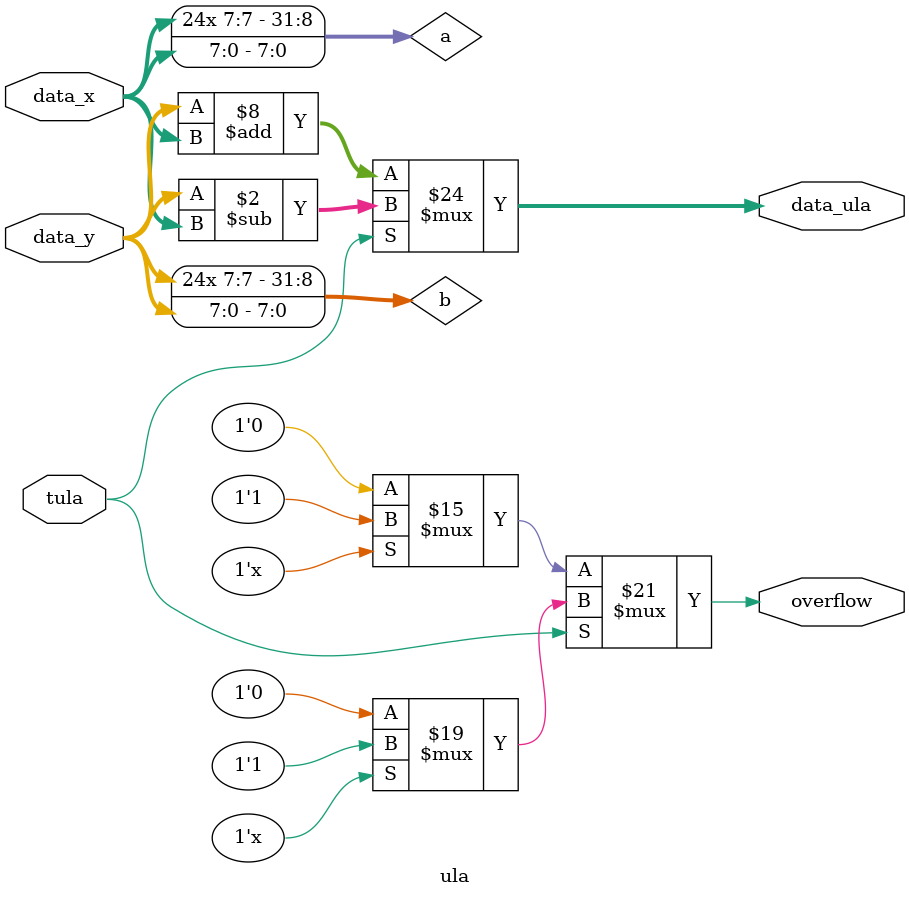
<source format=v>
module ula(data_x, data_y, tula, data_ula, overflow);
		input signed [7:0] data_x, data_y;
		input tula;
		output reg signed [7:0] data_ula;
		output reg overflow;
		integer a, b;
		
		always @ (*)
		begin		
			a <= data_x;
			b <= data_y;
			
			if(tula)
				begin
				data_ula <= data_y - data_x;
				if((a-b) < -128 || (a-b) > 127)
				begin
					overflow <= 1'b1;
					end
				else
					begin
					overflow <= 1'b0;
					end
				end
			else 
				begin
				data_ula <= data_y + data_x;
				if((a+b) < -128 || (a+b) > 127)
					begin
					overflow <= 1'b1;
					end
				else
					begin
					overflow <= 1'b0;
					end
				end
			
		end
endmodule
</source>
